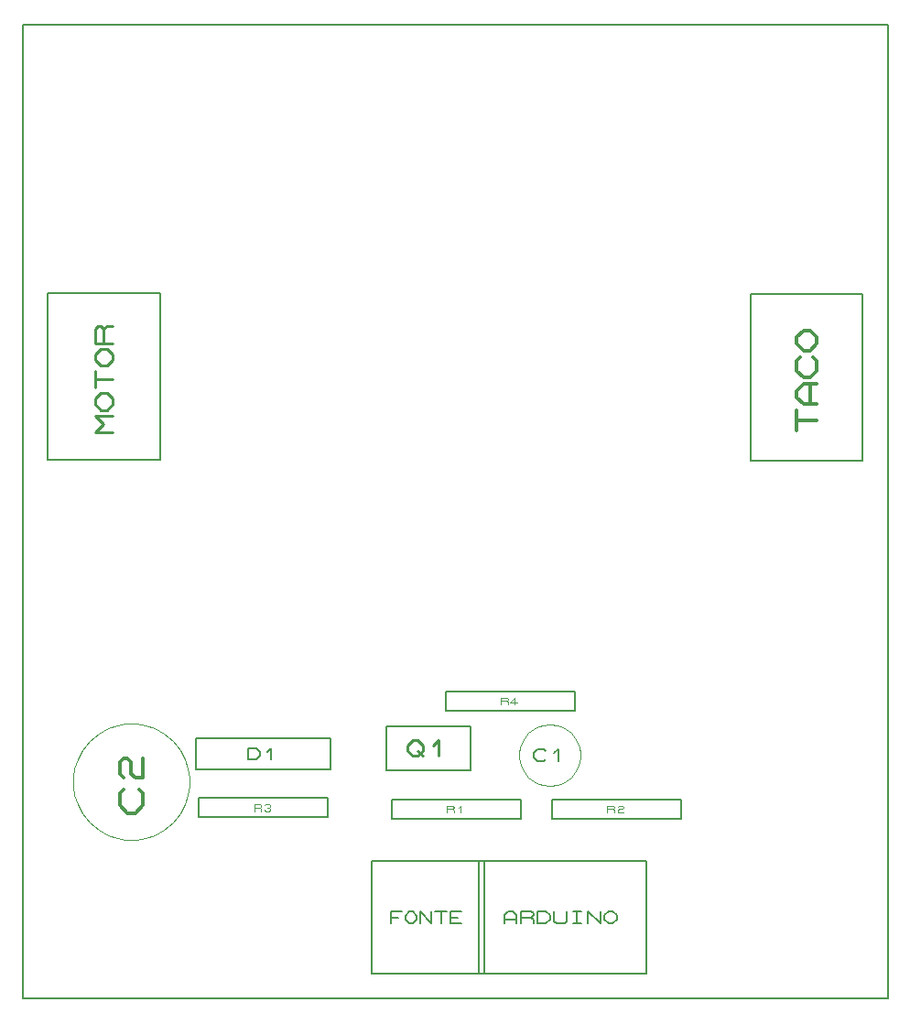
<source format=gbr>
G04 PROTEUS GERBER X2 FILE*
%TF.GenerationSoftware,Labcenter,Proteus,8.5-SP0-Build22067*%
%TF.CreationDate,2022-04-24T18:59:02+00:00*%
%TF.FileFunction,AssemblyDrawing,Top*%
%TF.FilePolarity,Positive*%
%TF.Part,Single*%
%FSLAX45Y45*%
%MOMM*%
G01*
%TA.AperFunction,Profile*%
%ADD71C,0.203200*%
%ADD22C,0.257380*%
%TA.AperFunction,Material*%
%ADD21C,0.203200*%
%ADD23C,0.308860*%
%ADD24C,0.172720*%
%ADD25C,0.193040*%
%ADD26C,0.240790*%
%ADD27C,0.106680*%
%ADD28C,0.172210*%
%ADD29C,0.050800*%
%ADD72C,0.361000*%
%ADD73C,0.191010*%
D71*
X+12700Y+0D02*
X+8012700Y+0D01*
X+8012700Y+9000000D01*
X+12700Y+9000000D01*
X+12700Y+0D01*
X+244540Y+4977840D02*
X+1280860Y+4977840D01*
X+1280860Y+6522160D01*
X+244540Y+6522160D01*
X+244540Y+4977840D01*
D22*
X+839916Y+5235230D02*
X+685485Y+5235230D01*
X+762700Y+5312445D01*
X+685485Y+5389661D01*
X+839916Y+5389661D01*
X+736962Y+5441138D02*
X+685485Y+5492615D01*
X+685485Y+5544092D01*
X+736962Y+5595569D01*
X+788439Y+5595569D01*
X+839916Y+5544092D01*
X+839916Y+5492615D01*
X+788439Y+5441138D01*
X+736962Y+5441138D01*
X+685485Y+5647046D02*
X+685485Y+5801477D01*
X+685485Y+5724261D02*
X+839916Y+5724261D01*
X+736962Y+5852954D02*
X+685485Y+5904431D01*
X+685485Y+5955908D01*
X+736962Y+6007385D01*
X+788439Y+6007385D01*
X+839916Y+5955908D01*
X+839916Y+5904431D01*
X+788439Y+5852954D01*
X+736962Y+5852954D01*
X+839916Y+6058862D02*
X+685485Y+6058862D01*
X+685485Y+6187554D01*
X+711223Y+6213293D01*
X+736962Y+6213293D01*
X+762700Y+6187554D01*
X+762700Y+6058862D01*
X+762700Y+6187554D02*
X+788439Y+6213293D01*
X+839916Y+6213293D01*
D21*
X+6744540Y+4969840D02*
X+7780860Y+4969840D01*
X+7780860Y+6514160D01*
X+6744540Y+6514160D01*
X+6744540Y+4969840D01*
D23*
X+7170041Y+5247818D02*
X+7170041Y+5433136D01*
X+7170041Y+5340477D02*
X+7355360Y+5340477D01*
X+7355360Y+5494909D02*
X+7231814Y+5494909D01*
X+7170041Y+5556681D01*
X+7170041Y+5618454D01*
X+7231814Y+5680227D01*
X+7355360Y+5680227D01*
X+7293587Y+5494909D02*
X+7293587Y+5680227D01*
X+7324473Y+5927318D02*
X+7355360Y+5896431D01*
X+7355360Y+5803772D01*
X+7293587Y+5742000D01*
X+7231814Y+5742000D01*
X+7170041Y+5803772D01*
X+7170041Y+5896431D01*
X+7200928Y+5927318D01*
X+7231814Y+5989091D02*
X+7170041Y+6050863D01*
X+7170041Y+6112636D01*
X+7231814Y+6174409D01*
X+7293587Y+6174409D01*
X+7355360Y+6112636D01*
X+7355360Y+6050863D01*
X+7293587Y+5989091D01*
X+7231814Y+5989091D01*
D21*
X+3240540Y+231840D02*
X+4276860Y+231840D01*
X+4276860Y+1268160D01*
X+3240540Y+1268160D01*
X+3240540Y+231840D01*
D24*
X+3413260Y+698184D02*
X+3413260Y+801816D01*
X+3516892Y+801816D01*
X+3413260Y+750000D02*
X+3482348Y+750000D01*
X+3551436Y+767272D02*
X+3585980Y+801816D01*
X+3620524Y+801816D01*
X+3655068Y+767272D01*
X+3655068Y+732728D01*
X+3620524Y+698184D01*
X+3585980Y+698184D01*
X+3551436Y+732728D01*
X+3551436Y+767272D01*
X+3689612Y+698184D02*
X+3689612Y+801816D01*
X+3793244Y+698184D01*
X+3793244Y+801816D01*
X+3827788Y+801816D02*
X+3931420Y+801816D01*
X+3879604Y+801816D02*
X+3879604Y+698184D01*
X+4069596Y+698184D02*
X+3965964Y+698184D01*
X+3965964Y+801816D01*
X+4069596Y+801816D01*
X+3965964Y+750000D02*
X+4035052Y+750000D01*
D21*
X+4232540Y+231840D02*
X+5776860Y+231840D01*
X+5776860Y+1268160D01*
X+4232540Y+1268160D01*
X+4232540Y+231840D01*
D25*
X+4464188Y+692088D02*
X+4464188Y+769304D01*
X+4502796Y+807912D01*
X+4541404Y+807912D01*
X+4580012Y+769304D01*
X+4580012Y+692088D01*
X+4464188Y+730696D02*
X+4580012Y+730696D01*
X+4618620Y+692088D02*
X+4618620Y+807912D01*
X+4715140Y+807912D01*
X+4734444Y+788608D01*
X+4734444Y+769304D01*
X+4715140Y+750000D01*
X+4618620Y+750000D01*
X+4715140Y+750000D02*
X+4734444Y+730696D01*
X+4734444Y+692088D01*
X+4773052Y+692088D02*
X+4773052Y+807912D01*
X+4850268Y+807912D01*
X+4888876Y+769304D01*
X+4888876Y+730696D01*
X+4850268Y+692088D01*
X+4773052Y+692088D01*
X+4927484Y+807912D02*
X+4927484Y+711392D01*
X+4946788Y+692088D01*
X+5024004Y+692088D01*
X+5043308Y+711392D01*
X+5043308Y+807912D01*
X+5101220Y+807912D02*
X+5178436Y+807912D01*
X+5139828Y+807912D02*
X+5139828Y+692088D01*
X+5101220Y+692088D02*
X+5178436Y+692088D01*
X+5236348Y+692088D02*
X+5236348Y+807912D01*
X+5352172Y+692088D01*
X+5352172Y+807912D01*
X+5390780Y+769304D02*
X+5429388Y+807912D01*
X+5467996Y+807912D01*
X+5506604Y+769304D01*
X+5506604Y+730696D01*
X+5467996Y+692088D01*
X+5429388Y+692088D01*
X+5390780Y+730696D01*
X+5390780Y+769304D01*
D21*
X+3371540Y+2112840D02*
X+4153860Y+2112840D01*
X+4153860Y+2514160D01*
X+3371540Y+2514160D01*
X+3371540Y+2112840D01*
D26*
X+3570067Y+2337579D02*
X+3618225Y+2385737D01*
X+3666383Y+2385737D01*
X+3714541Y+2337579D01*
X+3714541Y+2289420D01*
X+3666383Y+2241262D01*
X+3618225Y+2241262D01*
X+3570067Y+2289420D01*
X+3570067Y+2337579D01*
X+3666383Y+2289420D02*
X+3714541Y+2241262D01*
X+3810858Y+2337579D02*
X+3859016Y+2385737D01*
X+3859016Y+2241262D01*
D21*
X+3423800Y+1661100D02*
X+4617600Y+1661100D01*
X+4617600Y+1838900D01*
X+3423800Y+1838900D01*
X+3423800Y+1661100D01*
D27*
X+3935356Y+1717996D02*
X+3935356Y+1782004D01*
X+3988696Y+1782004D01*
X+3999364Y+1771336D01*
X+3999364Y+1760668D01*
X+3988696Y+1750000D01*
X+3935356Y+1750000D01*
X+3988696Y+1750000D02*
X+3999364Y+1739332D01*
X+3999364Y+1717996D01*
X+4042036Y+1760668D02*
X+4063372Y+1782004D01*
X+4063372Y+1717996D01*
D21*
X+4907800Y+1661100D02*
X+6101600Y+1661100D01*
X+6101600Y+1838900D01*
X+4907800Y+1838900D01*
X+4907800Y+1661100D01*
D27*
X+5419356Y+1717996D02*
X+5419356Y+1782004D01*
X+5472696Y+1782004D01*
X+5483364Y+1771336D01*
X+5483364Y+1760668D01*
X+5472696Y+1750000D01*
X+5419356Y+1750000D01*
X+5472696Y+1750000D02*
X+5483364Y+1739332D01*
X+5483364Y+1717996D01*
X+5515368Y+1771336D02*
X+5526036Y+1782004D01*
X+5558040Y+1782004D01*
X+5568708Y+1771336D01*
X+5568708Y+1760668D01*
X+5558040Y+1750000D01*
X+5526036Y+1750000D01*
X+5515368Y+1739332D01*
X+5515368Y+1717996D01*
X+5568708Y+1717996D01*
D21*
X+1641100Y+1673800D02*
X+2834900Y+1673800D01*
X+2834900Y+1851600D01*
X+1641100Y+1851600D01*
X+1641100Y+1673800D01*
D27*
X+2152656Y+1730696D02*
X+2152656Y+1794704D01*
X+2205996Y+1794704D01*
X+2216664Y+1784036D01*
X+2216664Y+1773368D01*
X+2205996Y+1762700D01*
X+2152656Y+1762700D01*
X+2205996Y+1762700D02*
X+2216664Y+1752032D01*
X+2216664Y+1730696D01*
X+2248668Y+1784036D02*
X+2259336Y+1794704D01*
X+2291340Y+1794704D01*
X+2302008Y+1784036D01*
X+2302008Y+1773368D01*
X+2291340Y+1762700D01*
X+2302008Y+1752032D01*
X+2302008Y+1741364D01*
X+2291340Y+1730696D01*
X+2259336Y+1730696D01*
X+2248668Y+1741364D01*
X+2270004Y+1762700D02*
X+2291340Y+1762700D01*
D21*
X+1615700Y+2120460D02*
X+2860300Y+2120460D01*
X+2860300Y+2407480D01*
X+1615700Y+2407480D01*
X+1615700Y+2120460D01*
D28*
X+2100231Y+2212306D02*
X+2100231Y+2315633D01*
X+2169115Y+2315633D01*
X+2203557Y+2281191D01*
X+2203557Y+2246748D01*
X+2169115Y+2212306D01*
X+2100231Y+2212306D01*
X+2272442Y+2281191D02*
X+2306884Y+2315633D01*
X+2306884Y+2212306D01*
D29*
X+1554205Y+2003740D02*
X+1552570Y+2045686D01*
X+1539309Y+2129579D01*
X+1511723Y+2213472D01*
X+1467200Y+2297365D01*
X+1399900Y+2381258D01*
X+1316041Y+2450956D01*
X+1232148Y+2497131D01*
X+1148255Y+2526033D01*
X+1064362Y+2540462D01*
X+1015240Y+2542705D01*
X+476275Y+2003740D02*
X+477910Y+2045686D01*
X+491171Y+2129579D01*
X+518757Y+2213472D01*
X+563280Y+2297365D01*
X+630580Y+2381258D01*
X+714439Y+2450956D01*
X+798332Y+2497131D01*
X+882225Y+2526033D01*
X+966118Y+2540462D01*
X+1015240Y+2542705D01*
X+476275Y+2003740D02*
X+477910Y+1961794D01*
X+491171Y+1877901D01*
X+518757Y+1794008D01*
X+563280Y+1710115D01*
X+630580Y+1626222D01*
X+714439Y+1556524D01*
X+798332Y+1510349D01*
X+882225Y+1481447D01*
X+966118Y+1467018D01*
X+1015240Y+1464775D01*
X+1554205Y+2003740D02*
X+1552570Y+1961794D01*
X+1539309Y+1877901D01*
X+1511723Y+1794008D01*
X+1467200Y+1710115D01*
X+1399900Y+1626222D01*
X+1316041Y+1556524D01*
X+1232148Y+1510349D01*
X+1148255Y+1481447D01*
X+1064362Y+1467018D01*
X+1015240Y+1464775D01*
D72*
X+1087441Y+1931539D02*
X+1123541Y+1895439D01*
X+1123541Y+1787138D01*
X+1051340Y+1714938D01*
X+979140Y+1714938D01*
X+906939Y+1787138D01*
X+906939Y+1895439D01*
X+943039Y+1931539D01*
X+943039Y+2039840D02*
X+906939Y+2075940D01*
X+906939Y+2184241D01*
X+943039Y+2220341D01*
X+979140Y+2220341D01*
X+1015240Y+2184241D01*
X+1015240Y+2075940D01*
X+1051340Y+2039840D01*
X+1123541Y+2039840D01*
X+1123541Y+2220341D01*
D29*
X+5170600Y+2250000D02*
X+5169682Y+2272814D01*
X+5162229Y+2318443D01*
X+5146682Y+2364072D01*
X+5121440Y+2409701D01*
X+5082898Y+2455231D01*
X+5037269Y+2490727D01*
X+4991640Y+2513847D01*
X+4946011Y+2527700D01*
X+4900382Y+2533646D01*
X+4886620Y+2533980D01*
X+4602640Y+2250000D02*
X+4603558Y+2272814D01*
X+4611011Y+2318443D01*
X+4626558Y+2364072D01*
X+4651800Y+2409701D01*
X+4690342Y+2455231D01*
X+4735971Y+2490727D01*
X+4781600Y+2513847D01*
X+4827229Y+2527700D01*
X+4872858Y+2533646D01*
X+4886620Y+2533980D01*
X+4602640Y+2250000D02*
X+4603558Y+2227186D01*
X+4611011Y+2181557D01*
X+4626558Y+2135928D01*
X+4651800Y+2090299D01*
X+4690342Y+2044769D01*
X+4735971Y+2009273D01*
X+4781600Y+1986153D01*
X+4827229Y+1972300D01*
X+4872858Y+1966354D01*
X+4886620Y+1966020D01*
X+5170600Y+2250000D02*
X+5169682Y+2227186D01*
X+5162229Y+2181557D01*
X+5146682Y+2135928D01*
X+5121440Y+2090299D01*
X+5082898Y+2044769D01*
X+5037269Y+2009273D01*
X+4991640Y+1986153D01*
X+4946011Y+1972300D01*
X+4900382Y+1966354D01*
X+4886620Y+1966020D01*
D73*
X+4848417Y+2211797D02*
X+4829316Y+2192696D01*
X+4772012Y+2192696D01*
X+4733810Y+2230899D01*
X+4733810Y+2269101D01*
X+4772012Y+2307304D01*
X+4829316Y+2307304D01*
X+4848417Y+2288203D01*
X+4924822Y+2269101D02*
X+4963025Y+2307304D01*
X+4963025Y+2192696D01*
D21*
X+3923800Y+2661100D02*
X+5117600Y+2661100D01*
X+5117600Y+2838900D01*
X+3923800Y+2838900D01*
X+3923800Y+2661100D01*
D27*
X+4435356Y+2717996D02*
X+4435356Y+2782004D01*
X+4488696Y+2782004D01*
X+4499364Y+2771336D01*
X+4499364Y+2760668D01*
X+4488696Y+2750000D01*
X+4435356Y+2750000D01*
X+4488696Y+2750000D02*
X+4499364Y+2739332D01*
X+4499364Y+2717996D01*
X+4584708Y+2739332D02*
X+4520700Y+2739332D01*
X+4563372Y+2782004D01*
X+4563372Y+2717996D01*
M02*

</source>
